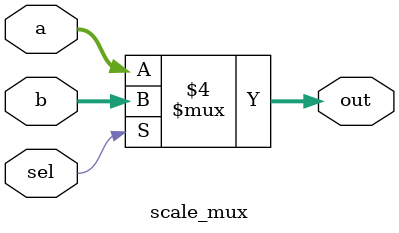
<source format=v>
module scale_mux(out,sel,b,a);
parameter size=8;
output[size-1:0] out;
input[size-1:0]b,a;
input sel;
reg[size-1:0] out;
	always@(sel or a or b)
		if(!sel) out=a;
		else out=b;
endmodule

</source>
